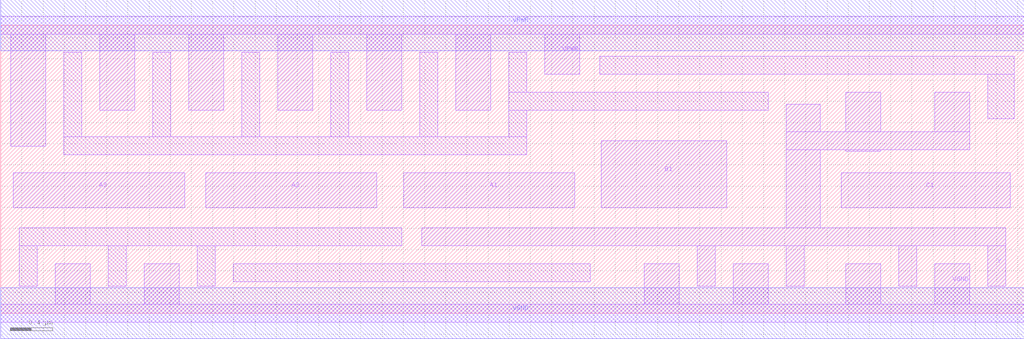
<source format=lef>
# Copyright 2020 The SkyWater PDK Authors
#
# Licensed under the Apache License, Version 2.0 (the "License");
# you may not use this file except in compliance with the License.
# You may obtain a copy of the License at
#
#     https://www.apache.org/licenses/LICENSE-2.0
#
# Unless required by applicable law or agreed to in writing, software
# distributed under the License is distributed on an "AS IS" BASIS,
# WITHOUT WARRANTIES OR CONDITIONS OF ANY KIND, either express or implied.
# See the License for the specific language governing permissions and
# limitations under the License.
#
# SPDX-License-Identifier: Apache-2.0

VERSION 5.5 ;
NAMESCASESENSITIVE ON ;
BUSBITCHARS "[]" ;
DIVIDERCHAR "/" ;
MACRO sky130_fd_sc_hd__a311oi_4
  CLASS CORE ;
  SOURCE USER ;
  ORIGIN  0.000000  0.000000 ;
  SIZE  9.660000 BY  2.720000 ;
  SYMMETRY X Y R90 ;
  SITE unithd ;
  PIN A1
    ANTENNAGATEAREA  0.990000 ;
    DIRECTION INPUT ;
    USE SIGNAL ;
    PORT
      LAYER li1 ;
        RECT 3.805000 0.995000 5.420000 1.325000 ;
    END
  END A1
  PIN A2
    ANTENNAGATEAREA  0.990000 ;
    DIRECTION INPUT ;
    USE SIGNAL ;
    PORT
      LAYER li1 ;
        RECT 1.935000 0.995000 3.550000 1.325000 ;
    END
  END A2
  PIN A3
    ANTENNAGATEAREA  0.990000 ;
    DIRECTION INPUT ;
    USE SIGNAL ;
    PORT
      LAYER li1 ;
        RECT 0.120000 0.995000 1.735000 1.325000 ;
    END
  END A3
  PIN B1
    ANTENNAGATEAREA  0.990000 ;
    DIRECTION INPUT ;
    USE SIGNAL ;
    PORT
      LAYER li1 ;
        RECT 5.670000 0.995000 6.855000 1.630000 ;
    END
  END B1
  PIN C1
    ANTENNAGATEAREA  0.990000 ;
    DIRECTION INPUT ;
    USE SIGNAL ;
    PORT
      LAYER li1 ;
        RECT 7.935000 0.995000 9.530000 1.325000 ;
    END
  END C1
  PIN Y
    ANTENNADIFFAREA  1.898500 ;
    DIRECTION OUTPUT ;
    USE SIGNAL ;
    PORT
      LAYER li1 ;
        RECT 3.975000 0.635000 9.485000 0.805000 ;
        RECT 6.575000 0.255000 6.745000 0.635000 ;
        RECT 7.415000 0.255000 7.585000 0.635000 ;
        RECT 7.415000 0.805000 7.735000 1.545000 ;
        RECT 7.415000 1.545000 9.145000 1.715000 ;
        RECT 7.415000 1.715000 7.735000 1.975000 ;
        RECT 7.975000 1.530000 8.305000 1.545000 ;
        RECT 7.975000 1.715000 8.305000 2.085000 ;
        RECT 8.475000 0.255000 8.645000 0.635000 ;
        RECT 8.815000 1.715000 9.145000 2.085000 ;
        RECT 9.315000 0.255000 9.485000 0.635000 ;
    END
  END Y
  PIN VGND
    DIRECTION INOUT ;
    SHAPE ABUTMENT ;
    USE GROUND ;
    PORT
      LAYER li1 ;
        RECT 0.000000 -0.085000 9.660000 0.085000 ;
        RECT 0.515000  0.085000 0.845000 0.465000 ;
        RECT 1.355000  0.085000 1.685000 0.465000 ;
        RECT 6.075000  0.085000 6.405000 0.465000 ;
        RECT 6.915000  0.085000 7.245000 0.465000 ;
        RECT 7.975000  0.085000 8.305000 0.465000 ;
        RECT 8.815000  0.085000 9.145000 0.465000 ;
    END
    PORT
      LAYER met1 ;
        RECT 0.000000 -0.240000 9.660000 0.240000 ;
    END
  END VGND
  PIN VNB
    DIRECTION INOUT ;
    USE GROUND ;
    PORT
    END
  END VNB
  PIN VPB
    DIRECTION INOUT ;
    USE POWER ;
    PORT
    END
  END VPB
  PIN VPWR
    DIRECTION INOUT ;
    SHAPE ABUTMENT ;
    USE POWER ;
    PORT
      LAYER li1 ;
        RECT 0.000000 2.635000 9.660000 2.805000 ;
        RECT 0.095000 1.575000 0.425000 2.635000 ;
        RECT 0.935000 1.915000 1.265000 2.635000 ;
        RECT 1.775000 1.915000 2.105000 2.635000 ;
        RECT 2.615000 1.915000 2.945000 2.635000 ;
        RECT 3.455000 1.915000 3.785000 2.635000 ;
        RECT 4.295000 1.915000 4.625000 2.635000 ;
        RECT 5.135000 2.255000 5.465000 2.635000 ;
    END
    PORT
      LAYER met1 ;
        RECT 0.000000 2.480000 9.660000 2.960000 ;
    END
  END VPWR
  OBS
    LAYER li1 ;
      RECT 0.175000 0.255000 0.345000 0.635000 ;
      RECT 0.175000 0.635000 3.785000 0.805000 ;
      RECT 0.595000 1.495000 4.965000 1.665000 ;
      RECT 0.595000 1.665000 0.765000 2.465000 ;
      RECT 1.015000 0.255000 1.185000 0.635000 ;
      RECT 1.435000 1.665000 1.605000 2.465000 ;
      RECT 1.855000 0.255000 2.025000 0.635000 ;
      RECT 2.195000 0.295000 5.565000 0.465000 ;
      RECT 2.275000 1.665000 2.445000 2.465000 ;
      RECT 3.115000 1.665000 3.285000 2.465000 ;
      RECT 3.955000 1.665000 4.125000 2.465000 ;
      RECT 4.795000 1.665000 4.965000 1.915000 ;
      RECT 4.795000 1.915000 7.245000 2.085000 ;
      RECT 4.795000 2.085000 4.965000 2.465000 ;
      RECT 5.655000 2.255000 9.565000 2.425000 ;
      RECT 9.315000 1.835000 9.565000 2.255000 ;
  END
END sky130_fd_sc_hd__a311oi_4
END LIBRARY

</source>
